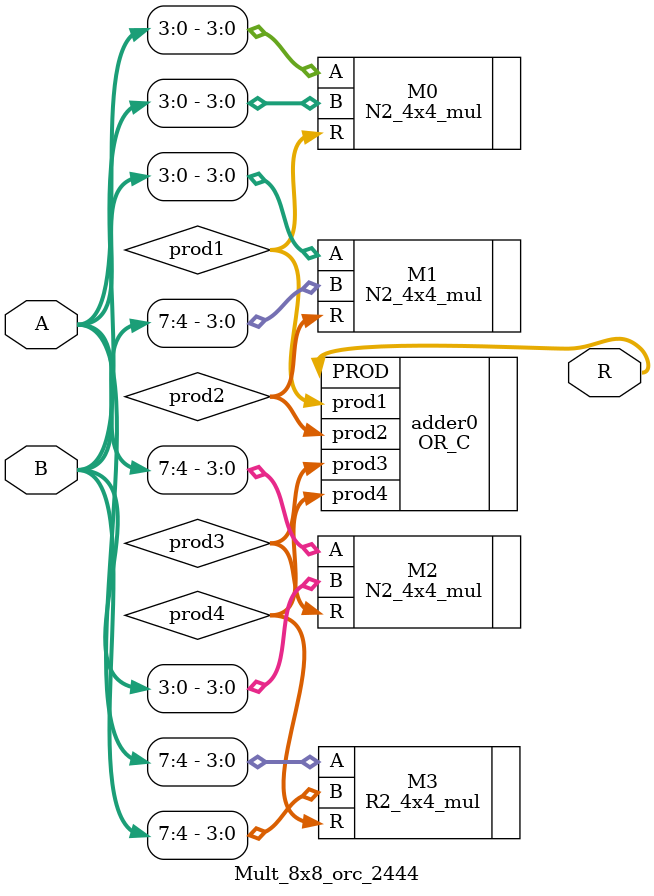
<source format=v>
module Mult_8x8_orc_2444(
input [7:0] A,
input [7:0] B,
output [15:0]R
);
wire [7:0]prod1;
wire [7:0]prod2;
wire [7:0]prod3;
wire [7:0]prod4;

N2_4x4_mul M0(.A(A[3:0]),.B(B[3:0]),.R(prod1));
N2_4x4_mul M1(.A(A[3:0]),.B(B[7:4]),.R(prod2));
N2_4x4_mul M2(.A(A[7:4]),.B(B[3:0]),.R(prod3));
R2_4x4_mul M3(.A(A[7:4]),.B(B[7:4]),.R(prod4));
OR_C adder0(.prod1(prod1),.prod2(prod2),.prod3(prod3),.prod4(prod4),.PROD(R));
endmodule

</source>
